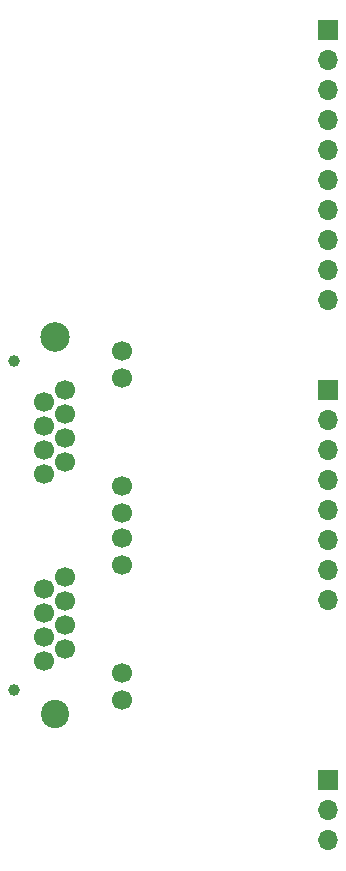
<source format=gbr>
%TF.GenerationSoftware,KiCad,Pcbnew,8.0.3-8.0.3-0~ubuntu22.04.1*%
%TF.CreationDate,2024-10-22T15:42:30+03:00*%
%TF.ProjectId,PM-Debug_v0.0.1,504d2d44-6562-4756-975f-76302e302e31,rev?*%
%TF.SameCoordinates,Original*%
%TF.FileFunction,Soldermask,Bot*%
%TF.FilePolarity,Negative*%
%FSLAX46Y46*%
G04 Gerber Fmt 4.6, Leading zero omitted, Abs format (unit mm)*
G04 Created by KiCad (PCBNEW 8.0.3-8.0.3-0~ubuntu22.04.1) date 2024-10-22 15:42:30*
%MOMM*%
%LPD*%
G01*
G04 APERTURE LIST*
%ADD10R,1.700000X1.700000*%
%ADD11O,1.700000X1.700000*%
%ADD12C,1.000000*%
%ADD13C,1.700000*%
%ADD14C,2.500000*%
%ADD15C,2.400000*%
G04 APERTURE END LIST*
D10*
%TO.C,J5*%
X129540000Y-119380000D03*
D11*
X129540000Y-121920000D03*
X129540000Y-124460000D03*
%TD*%
D10*
%TO.C,J4*%
X129540000Y-86360000D03*
D11*
X129540000Y-88900000D03*
X129540000Y-91440000D03*
X129540000Y-93980000D03*
X129540000Y-96520000D03*
X129540000Y-99060000D03*
X129540000Y-101600000D03*
X129540000Y-104140000D03*
%TD*%
D12*
%TO.C,J3*%
X102960000Y-83915000D03*
X102960000Y-111715000D03*
D13*
X105460000Y-109285000D03*
X107260000Y-108265000D03*
X105460000Y-107245000D03*
X107260000Y-106225000D03*
X105460000Y-105205000D03*
X107260000Y-104185000D03*
X105460000Y-103165000D03*
X107260000Y-102145000D03*
X105460000Y-93485000D03*
X107260000Y-92465000D03*
X105460000Y-91445000D03*
X107260000Y-90425000D03*
X105460000Y-89405000D03*
X107260000Y-88385000D03*
X105460000Y-87365000D03*
X107260000Y-86345000D03*
X112060000Y-112590000D03*
X112060000Y-110290000D03*
X112060000Y-101140000D03*
X112060000Y-98840000D03*
X112060000Y-96790000D03*
X112060000Y-94490000D03*
X112060000Y-85340000D03*
X112060000Y-83040000D03*
D14*
X106460000Y-81815000D03*
D15*
X106460000Y-113815000D03*
%TD*%
D10*
%TO.C,J2*%
X129540000Y-55880000D03*
D11*
X129540000Y-58420000D03*
X129540000Y-60960000D03*
X129540000Y-63500000D03*
X129540000Y-66040000D03*
X129540000Y-68580000D03*
X129540000Y-71120000D03*
X129540000Y-73660000D03*
X129540000Y-76200000D03*
X129540000Y-78740000D03*
%TD*%
M02*

</source>
